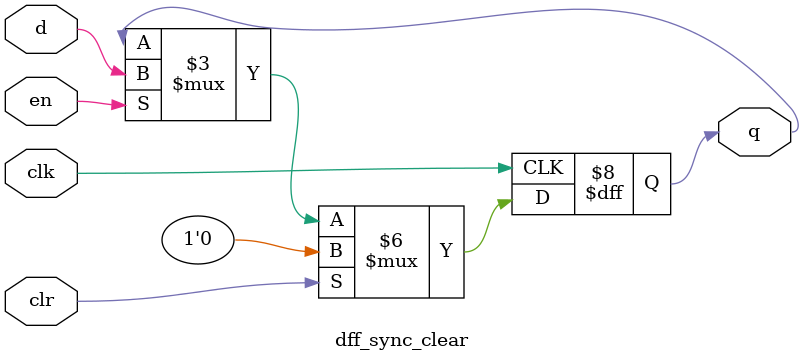
<source format=v>
module dff_sync_clear(q, d, clk, en, clr);
   
   //Inputs
   input d, clk, en, clr;
   
   //Internal wire
   wire clr;

   //Output
   output q;
   
   //Register
   reg q;

   //Intialize q to 0
   initial
   begin
       q = 1'b0;
   end

   //Set value of q on positive edge of the clock or clear
   always @(posedge clk) begin
       //If clear is high, set q to 0
       if (clr) begin
           q <= 1'b0;
       //If enable is high, set q to the value of d
       end else if (en) begin
           q <= d;
       end
   end
endmodule
</source>
